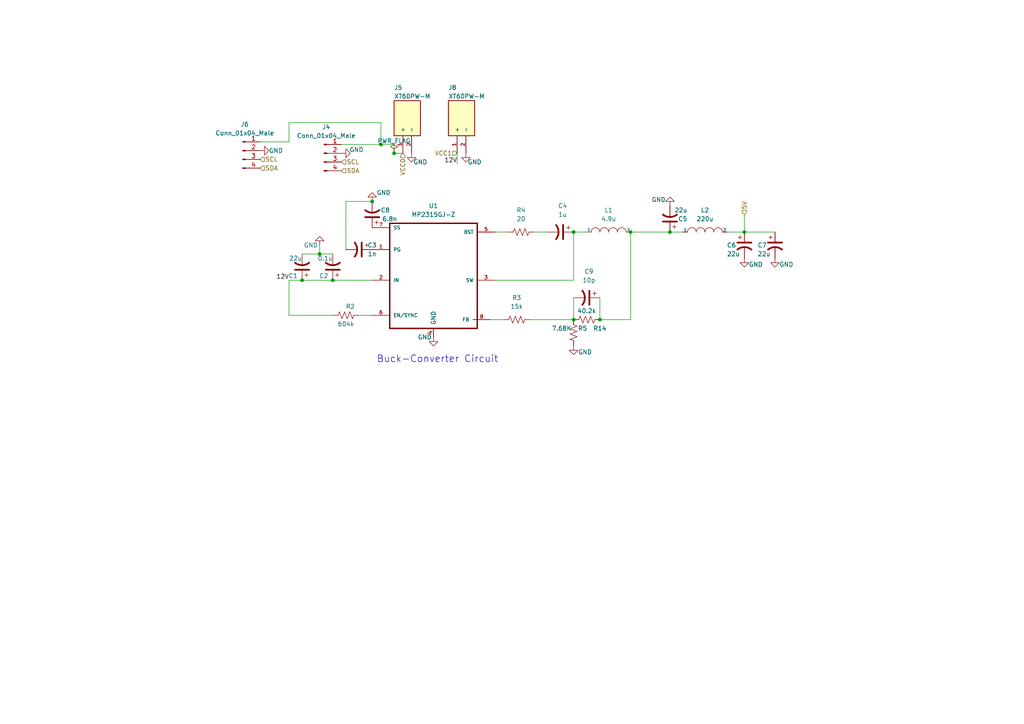
<source format=kicad_sch>
(kicad_sch (version 20230121) (generator eeschema)
  (paper "A4")
  (lib_symbols
    (symbol "Connector:Conn_01x04_Male" (pin_names (offset 1.016) hide)
      (property "Reference" "J" (at 0 5.08 0))
      (property "Value" "Conn_01x04_Male" (at 0 -7.62 0))
      (symbol "Conn_01x04_Male_1_1"
        (polyline (pts (xy 1.27 -5.08) (xy 0.8636 -5.08)) (stroke (width 0.1524)))
        (polyline (pts (xy 1.27 -2.54) (xy 0.8636 -2.54)) (stroke (width 0.1524)))
        (polyline (pts (xy 1.27 0) (xy 0.8636 0)) (stroke (width 0.1524)))
        (polyline (pts (xy 1.27 2.54) (xy 0.8636 2.54)) (stroke (width 0.1524)))
        (rectangle (start 0.8636 -4.953) (end 0 -5.207) (stroke (width 0.1524)) (fill (type outline)))
        (rectangle (start 0.8636 -2.413) (end 0 -2.667) (stroke (width 0.1524)) (fill (type outline)))
        (rectangle (start 0.8636 0.127) (end 0 -0.127) (stroke (width 0.1524)) (fill (type outline)))
        (rectangle (start 0.8636 2.667) (end 0 2.413) (stroke (width 0.1524)) (fill (type outline)))
        (pin passive line (at 5.08 2.54 180) (length 3.81) (name "Pin_1") (number "1"))
        (pin passive line (at 5.08 0 180) (length 3.81) (name "Pin_2") (number "2"))
        (pin passive line (at 5.08 -2.54 180) (length 3.81) (name "Pin_3") (number "3"))
        (pin passive line (at 5.08 -5.08 180) (length 3.81) (name "Pin_4") (number "4"))
      )
    )
    (symbol "Device:C_Polarized_US" (pin_numbers hide) (pin_names (offset 0.254) hide)
      (property "Reference" "C" (at 0.635 2.54 0))
      (property "Value" "C_Polarized_US" (at 0.635 -2.54 0))
      (symbol "C_Polarized_US_0_1"
        (polyline (pts (xy -2.032 0.762) (xy 2.032 0.762)) (stroke (width 0.508)))
        (polyline (pts (xy -1.778 2.286) (xy -0.762 2.286)))
        (polyline (pts (xy -1.27 1.778) (xy -1.27 2.794)))
        (arc (start 2.032 -1.27) (mid 0 -0.5572) (end -2.032 -1.27) (stroke (width 0.508)))
      )
      (symbol "C_Polarized_US_1_1"
        (pin passive line (at 0 3.81 270) (length 2.794) (name "~") (number "1"))
        (pin passive line (at 0 -3.81 90) (length 3.302) (name "~") (number "2"))
      )
    )
    (symbol "Device:R_US" (pin_numbers hide) (pin_names (offset 0))
      (property "Reference" "R" (at 2.54 0 90))
      (property "Value" "R_US" (at -2.54 0 90))
      (symbol "R_US_0_1"
        (polyline (pts (xy 0 -2.286) (xy 0 -2.54)))
        (polyline (pts (xy 0 2.286) (xy 0 2.54)))
        (polyline (pts (xy 0 -0.762) (xy 1.016 -1.143) (xy 0 -1.524) (xy -1.016 -1.905) (xy 0 -2.286)))
        (polyline (pts (xy 0 0.762) (xy 1.016 0.381) (xy 0 0) (xy -1.016 -0.381) (xy 0 -0.762)))
        (polyline (pts (xy 0 2.286) (xy 1.016 1.905) (xy 0 1.524) (xy -1.016 1.143) (xy 0 0.762)))
      )
      (symbol "R_US_1_1"
        (pin passive line (at 0 3.81 270) (length 1.27) (name "~") (number "1"))
        (pin passive line (at 0 -3.81 90) (length 1.27) (name "~") (number "2"))
      )
    )
    (symbol "MP2315GJ-Z:MP2315GJ-Z" (pin_names (offset 1.016))
      (property "Reference" "U1" (at 0 20.32 0))
      (property "Value" "MP2315GJ-Z" (at 0 17.78 0))
      (symbol "MP2315GJ-Z_0_0"
        (polyline (pts (xy -12.7 -15.24) (xy -12.7 15.24)) (stroke (width 0.4064)))
        (polyline (pts (xy -12.7 15.24) (xy 12.7 15.24)) (stroke (width 0.4064)) (fill (type outline)))
        (polyline (pts (xy 12.7 -15.24) (xy -12.7 -15.24)) (stroke (width 0.4064)))
        (polyline (pts (xy 12.7 15.24) (xy 12.7 -15.24)) (stroke (width 0.4064)))
        (pin input line (at -17.78 7.62 0) (length 5.08) (name "PG") (number "1"))
        (pin power_in line (at -17.78 -1.27 0) (length 5.08) (name "IN") (number "2"))
        (pin bidirectional line (at 17.78 -1.27 180) (length 5.08) (name "SW") (number "3"))
        (pin output line (at 17.78 12.7 180) (length 5.08) (name "BST") (number "5"))
        (pin input line (at -17.78 -11.43 0) (length 5.08) (name "EN/SYNC") (number "6"))
        (pin power_out line (at -17.78 13.97 0) (length 5.08) (name "SS") (number "7"))
        (pin bidirectional line (at 16.51 -12.7 180) (length 5.08) (name "FB") (number "8"))
      )
      (symbol "MP2315GJ-Z_1_1"
        (rectangle (start -12.7 15.24) (end 12.7 -15.24))
        (pin power_out line (at 0 -17.78 90) (length 2.54) (name "GND") (number "4"))
      )
    )
    (symbol "XT60PW-M:XT60PW-M" (pin_names (offset 1.016))
      (property "Reference" "J" (at -5.08 5.715 0))
      (property "Value" "XT60PW-M" (at -5.08 -5.08 0))
      (symbol "XT60PW-M_0_0"
        (rectangle (start -5.08 -2.54) (end 5.08 5.08) (stroke (width 0.254)) (fill (type background)))
        (pin passive line (at -10.16 2.54 0) (length 5.08) (name "+") (number "1"))
        (pin passive line (at -10.16 0 0) (length 5.08) (name "-") (number "2"))
      )
    )
    (symbol "power:GND" (power) (pin_names (offset 0))
      (property "Value" "GND" (at 0 -3.81 0))
      (symbol "GND_0_1"
        (polyline (pts (xy 0 0) (xy 0 -1.27) (xy 1.27 -1.27) (xy 0 -2.54) (xy -1.27 -1.27) (xy 0 -1.27)))
      )
      (symbol "GND_1_1"
        (pin power_in line (at 0 0 270) (length 0) hide (name "GND") (number "1"))
      )
    )
    (symbol "power:PWR_FLAG" (power) (pin_numbers hide) (pin_names (offset 0) hide)
      (property "Value" "PWR_FLAG" (at 0 3.81 0))
      (symbol "PWR_FLAG_0_0"
        (pin power_out line (at 0 0 90) (length 0) (name "pwr") (number "1"))
      )
      (symbol "PWR_FLAG_0_1"
        (polyline (pts (xy 0 0) (xy 0 1.27) (xy -1.016 1.905) (xy 0 2.54) (xy 1.016 1.905) (xy 0 1.27)))
      )
    )
    (symbol "pspice:INDUCTOR" (pin_numbers hide) (pin_names (offset 0))
      (property "Reference" "L" (at 0 2.54 0))
      (property "Value" "INDUCTOR" (at 0 -1.27 0))
      (symbol "INDUCTOR_0_1"
        (arc (start -2.54 0) (mid -3.81 1.2645) (end -5.08 0))
        (arc (start 0 0) (mid -1.27 1.2645) (end -2.54 0))
        (arc (start 2.54 0) (mid 1.27 1.2645) (end 0 0))
        (arc (start 5.08 0) (mid 3.81 1.2645) (end 2.54 0))
      )
      (symbol "INDUCTOR_1_1"
        (pin input line (at -6.35 0 0) (length 1.27) (name "1") (number "1"))
        (pin input line (at 6.35 0 180) (length 1.27) (name "2") (number "2"))
      )
    )
  )
  (junction (at 110.49 41.91))
  (junction (at 194.31 67.31))
  (junction (at 87.63 81.28))
  (junction (at 114.3 44.45))
  (junction (at 173.99 92.71))
  (junction (at 107.95 58.42))
  (junction (at 215.9 67.31))
  (junction (at 96.52 81.28))
  (junction (at 92.71 73.66))
  (junction (at 166.37 67.31))
  (junction (at 166.37 92.71))
  (junction (at 182.88 67.31))
  (wire (pts (xy 182.88 92.71) (xy 173.99 92.71)))
  (wire (pts (xy 87.63 73.66) (xy 92.71 73.66)))
  (wire (pts (xy 114.3 41.91) (xy 114.3 44.45)))
  (wire (pts (xy 154.94 67.31) (xy 158.75 67.31)))
  (wire (pts (xy 96.52 81.28) (xy 107.95 81.28)))
  (wire (pts (xy 92.71 71.12) (xy 92.71 73.66)))
  (wire (pts (xy 182.88 67.31) (xy 182.88 92.71)))
  (wire (pts (xy 173.99 86.36) (xy 173.99 92.71)))
  (wire (pts (xy 104.14 91.44) (xy 107.95 91.44)))
  (wire (pts (xy 114.3 44.45) (xy 116.84 44.45)))
  (wire (pts (xy 166.37 67.31) (xy 170.18 67.31)))
  (wire (pts (xy 143.51 81.28) (xy 166.37 81.28)))
  (wire (pts (xy 110.49 41.91) (xy 114.3 41.91)))
  (wire (pts (xy 166.37 86.36) (xy 166.37 92.71)))
  (wire (pts (xy 143.51 67.31) (xy 147.32 67.31)))
  (wire (pts (xy 83.82 35.56) (xy 110.49 35.56)))
  (wire (pts (xy 83.82 35.56) (xy 83.82 41.148)))
  (wire (pts (xy 100.33 58.42) (xy 107.95 58.42)))
  (wire (pts (xy 92.71 73.66) (xy 96.52 73.66)))
  (wire (pts (xy 194.31 67.31) (xy 198.12 67.31)))
  (wire (pts (xy 215.9 62.23) (xy 215.9 67.31)))
  (wire (pts (xy 99.06 41.91) (xy 110.49 41.91)))
  (wire (pts (xy 87.63 81.28) (xy 96.52 81.28)))
  (wire (pts (xy 132.588 44.45) (xy 132.588 47.498)))
  (wire (pts (xy 182.88 67.31) (xy 194.31 67.31)))
  (wire (pts (xy 83.82 91.44) (xy 83.82 81.28)))
  (wire (pts (xy 110.49 35.56) (xy 110.49 41.91)))
  (wire (pts (xy 146.05 92.71) (xy 142.24 92.71)))
  (wire (pts (xy 153.67 92.71) (xy 166.37 92.71)))
  (wire (pts (xy 75.438 41.148) (xy 83.82 41.148)))
  (wire (pts (xy 96.52 91.44) (xy 83.82 91.44)))
  (wire (pts (xy 215.9 67.31) (xy 224.79 67.31)))
  (wire (pts (xy 83.82 81.28) (xy 87.63 81.28)))
  (wire (pts (xy 100.33 72.39) (xy 100.33 58.42)))
  (wire (pts (xy 210.82 67.31) (xy 215.9 67.31)))
  (wire (pts (xy 166.37 81.28) (xy 166.37 67.31)))
  (text "Buck-Converter Circuit" (at 109.22 105.41 0) (effects (font (size 2 2)) (justify left bottom)))
  (label "12V" (at 132.588 47.498 180))
  (label "12V" (at 83.82 81.28 180))
  (hierarchical_label "VCC0" (shape input) (at 116.84 44.45 270))
  (hierarchical_label "SCL" (shape input) (at 75.438 46.228 0))
  (hierarchical_label "SDA" (shape input) (at 99.06 49.53 0))
  (hierarchical_label "SDA" (shape input) (at 75.438 48.768 0))
  (hierarchical_label "5V" (shape input) (at 215.9 62.23 90))
  (hierarchical_label "SCL" (shape input) (at 99.06 46.99 0))
  (hierarchical_label "VCC1" (shape input) (at 132.588 44.45 180))
  (symbol (lib_id "power:GND") (at 119.38 44.45 0) (unit 1)
    (property "Reference" "#PWR0102" (effects hide))
    (property "Value" "GND" (at 121.92 46.99 0))
  )
  (symbol (lib_id "power:GND") (at 99.06 44.45 90) (unit 1)
    (property "Reference" "#PWR0106" (effects hide))
    (property "Value" "GND" (at 101.346 43.434 90) (effects (justify right)))
  )
  (symbol (lib_id "Device:C_Polarized_US") (at 224.79 71.12 0) (unit 1)
    (property "Reference" "C7" (at 219.71 71.12 0) (effects (justify left)))
    (property "Value" "22u" (at 219.71 73.66 0) (effects (justify left)))
    (property "Footprint" "Capacitor_SMD:C_1210_3225Metric_Pad1.33x2.70mm_HandSolder" (effects hide))
  )
  (symbol (lib_id "Device:R_US") (at 170.18 92.71 270) (unit 1)
    (property "Reference" "R14" (at 173.99 95.25 90))
    (property "Value" "40.2k" (at 170.18 90.17 90))
    (property "Footprint" "Resistor_SMD:R_0805_2012Metric_Pad1.20x1.40mm_HandSolder" (effects hide))
  )
  (symbol (lib_id "XT60PW-M:XT60PW-M") (at 135.128 34.29 90) (unit 1)
    (property "Reference" "J8" (at 130.048 25.4 90) (effects (justify right)))
    (property "Value" "XT60PW-M" (at 130.048 27.94 90) (effects (justify right)))
    (property "Footprint" ".pretty:AMASS_XT60PW-M" (effects hide))
    (property "STANDARD" "Manufacturer recommendations" (effects hide))
    (property "PARTREV" "V1.2" (effects hide))
    (property "MANUFACTURER" "AMASS" (effects hide))
    (property "MAXIMUM_PACKAGE_HEIGHT" "8.4 mm" (effects hide))
  )
  (symbol (lib_id "Device:R_US") (at 151.13 67.31 90) (unit 1)
    (property "Reference" "R4" (at 151.13 60.96 90))
    (property "Value" "20" (at 151.13 63.5 90))
    (property "Footprint" "Resistor_SMD:R_0603_1608Metric_Pad0.98x0.95mm_HandSolder" (effects hide))
  )
  (symbol (lib_id "Device:C_Polarized_US") (at 162.56 67.31 270) (unit 1)
    (property "Reference" "C4" (at 163.195 59.69 90))
    (property "Value" "1u" (at 163.195 62.23 90))
    (property "Footprint" "Capacitor_SMD:C_0603_1608Metric_Pad1.08x0.95mm_HandSolder" (effects hide))
  )
  (symbol (lib_id "power:GND") (at 215.9 74.93 0) (unit 1)
    (property "Reference" "#PWR0112" (effects hide))
    (property "Value" "GND" (at 219.202 76.708 0))
  )
  (symbol (lib_id "power:GND") (at 166.37 100.33 0) (unit 1)
    (property "Reference" "#PWR0114" (effects hide))
    (property "Value" "GND" (at 169.672 102.108 0))
  )
  (symbol (lib_id "power:GND") (at 224.79 74.93 0) (unit 1)
    (property "Reference" "#PWR0113" (effects hide))
    (property "Value" "GND" (at 228.092 76.708 0))
  )
  (symbol (lib_id "power:GND") (at 92.71 71.12 180) (unit 1)
    (property "Reference" "#PWR0103" (effects hide))
    (property "Value" "GND" (at 90.17 71.12 0))
  )
  (symbol (lib_id "MP2315GJ-Z:MP2315GJ-Z") (at 125.73 80.01 0) (unit 1)
    (property "Reference" "U1" (at 125.73 59.69 0))
    (property "Value" "MP2315GJ-Z" (at 125.73 62.23 0))
    (property "Footprint" ".pretty:MP2393GTL-P" (effects hide))
    (property "Datasheet" "https://www.monolithicpower.com/en/documentview/productdocument/index/version/2/document_type/Datasheet/lang/en/sku/MP2315/document_id/513" (effects hide))
    (property "Order" "https://www.mouser.com/ProductDetail/Monolithic-Power-Systems-MPS/MP2393GTL-Z?qs=YCa%2FAAYMW02wfKsqEy92eA%3D%3D" (effects hide))
  )
  (symbol (lib_id "power:PWR_FLAG") (at 114.3 44.45 0) (unit 1)
    (property "Reference" "#FLG0101" (effects hide))
    (property "Value" "PWR_FLAG" (at 114.3 40.894 0))
  )
  (symbol (lib_id "Device:R_US") (at 100.33 91.44 90) (unit 1)
    (property "Reference" "R2" (at 101.6 88.9 90))
    (property "Value" "604k" (at 100.33 93.98 90))
    (property "Footprint" "Resistor_SMD:R_1206_3216Metric_Pad1.30x1.75mm_HandSolder" (effects hide))
  )
  (symbol (lib_id "Device:R_US") (at 166.37 96.52 180) (unit 1)
    (property "Reference" "R5" (at 167.64 95.25 0) (effects (justify right)))
    (property "Value" "7.68K" (at 160.02 95.25 0) (effects (justify right)))
    (property "Footprint" "Resistor_SMD:R_0805_2012Metric_Pad1.20x1.40mm_HandSolder" (effects hide))
  )
  (symbol (lib_id "power:GND") (at 107.95 58.42 180) (unit 1)
    (property "Reference" "#PWR0101" (effects hide))
    (property "Value" "GND" (at 109.22 55.88 0) (effects (justify right)))
  )
  (symbol (lib_id "pspice:INDUCTOR") (at 204.47 67.31 0) (unit 1)
    (property "Reference" "L2" (at 204.47 60.96 0))
    (property "Value" "220u" (at 204.47 63.5 0))
    (property "Footprint" ".pretty:IND_AIRD-02-151K" (effects hide))
    (property "Datasheet" "https://search.murata.co.jp/Ceramy/image/img/P02A/kmp_1400.pdf" (effects hide))
    (property "Order" "https://www.digikey.com/en/products/detail/murata-power-solutions-inc/1422435C/1924834" (effects hide))
  )
  (symbol (lib_id "power:GND") (at 125.73 97.79 0) (unit 1)
    (property "Reference" "#PWR0104" (effects hide))
    (property "Value" "GND" (at 123.19 97.79 0))
  )
  (symbol (lib_id "XT60PW-M:XT60PW-M") (at 119.38 34.29 90) (unit 1)
    (property "Reference" "J5" (at 114.3 25.4 90) (effects (justify right)))
    (property "Value" "XT60PW-M" (at 114.3 27.94 90) (effects (justify right)))
    (property "Footprint" ".pretty:AMASS_XT60PW-M" (effects hide))
    (property "STANDARD" "Manufacturer recommendations" (effects hide))
    (property "PARTREV" "V1.2" (effects hide))
    (property "MANUFACTURER" "AMASS" (effects hide))
    (property "MAXIMUM_PACKAGE_HEIGHT" "8.4 mm" (effects hide))
  )
  (symbol (lib_id "power:GND") (at 75.438 43.688 90) (unit 1)
    (property "Reference" "#PWR0117" (effects hide))
    (property "Value" "GND" (at 77.978 43.688 90) (effects (justify right)))
  )
  (symbol (lib_id "Device:C_Polarized_US") (at 87.63 77.47 180) (unit 1)
    (property "Reference" "C1" (at 86.36 80.01 0) (effects (justify left)))
    (property "Value" "22u" (at 87.63 74.93 0) (effects (justify left)))
    (property "Footprint" "Capacitor_SMD:C_1210_3225Metric_Pad1.33x2.70mm_HandSolder" (effects hide))
  )
  (symbol (lib_id "Connector:Conn_01x04_Male") (at 93.98 44.45 0) (unit 1)
    (property "Reference" "J4" (at 94.615 36.83 0))
    (property "Value" "Conn_01x04_Male" (at 94.615 39.37 0))
    (property "Footprint" "Connector_PinHeader_2.54mm:PinHeader_1x04_P2.54mm_Vertical" (effects hide))
  )
  (symbol (lib_id "power:GND") (at 194.31 59.69 180) (unit 1)
    (property "Reference" "#PWR0115" (effects hide))
    (property "Value" "GND" (at 191.008 57.912 0))
  )
  (symbol (lib_id "Device:C_Polarized_US") (at 104.14 72.39 270) (unit 1)
    (property "Reference" "C3" (at 107.95 71.12 90))
    (property "Value" "1n" (at 107.95 73.66 90))
    (property "Footprint" "Capacitor_SMD:C_0603_1608Metric_Pad1.08x0.95mm_HandSolder" (effects hide))
  )
  (symbol (lib_id "power:GND") (at 135.128 44.45 0) (unit 1)
    (property "Reference" "#PWR0116" (effects hide))
    (property "Value" "GND" (at 137.668 46.99 0))
  )
  (symbol (lib_id "Device:C_Polarized_US") (at 107.95 62.23 180) (unit 1)
    (property "Reference" "C8" (at 111.76 60.96 0))
    (property "Value" "6.8n" (at 113.03 63.5 0))
    (property "Footprint" "Capacitor_SMD:C_0603_1608Metric_Pad1.08x0.95mm_HandSolder" (effects hide))
  )
  (symbol (lib_id "Device:C_Polarized_US") (at 215.9 71.12 0) (unit 1)
    (property "Reference" "C6" (at 210.82 71.12 0) (effects (justify left)))
    (property "Value" "22u" (at 210.82 73.66 0) (effects (justify left)))
    (property "Footprint" "Capacitor_SMD:C_1210_3225Metric_Pad1.33x2.70mm_HandSolder" (effects hide))
  )
  (symbol (lib_id "Connector:Conn_01x04_Male") (at 70.358 43.688 0) (unit 1)
    (property "Reference" "J6" (at 70.993 36.068 0))
    (property "Value" "Conn_01x04_Male" (at 70.993 38.608 0))
    (property "Footprint" "Connector_PinHeader_2.54mm:PinHeader_1x04_P2.54mm_Vertical" (effects hide))
  )
  (symbol (lib_id "Device:R_US") (at 149.86 92.71 90) (unit 1)
    (property "Reference" "R3" (at 149.86 86.36 90))
    (property "Value" "15k" (at 149.86 88.9 90))
    (property "Footprint" "Resistor_SMD:R_0805_2012Metric_Pad1.20x1.40mm_HandSolder" (effects hide))
  )
  (symbol (lib_id "Device:C_Polarized_US") (at 170.18 86.36 270) (unit 1)
    (property "Reference" "C9" (at 170.815 78.74 90))
    (property "Value" "10p" (at 170.815 81.28 90))
    (property "Footprint" "Capacitor_SMD:C_0603_1608Metric_Pad1.08x0.95mm_HandSolder" (effects hide))
  )
  (symbol (lib_id "Device:C_Polarized_US") (at 96.52 77.47 180) (unit 1)
    (property "Reference" "C2" (at 95.25 80.01 0) (effects (justify left)))
    (property "Value" "0.1u" (at 96.52 74.93 0) (effects (justify left)))
    (property "Footprint" "Capacitor_SMD:C_1210_3225Metric_Pad1.33x2.70mm_HandSolder" (effects hide))
  )
  (symbol (lib_id "Device:C_Polarized_US") (at 194.31 63.5 180) (unit 1)
    (property "Reference" "C5" (at 199.39 63.5 0) (effects (justify left)))
    (property "Value" "22u" (at 199.39 60.96 0) (effects (justify left)))
    (property "Footprint" "Capacitor_SMD:C_1210_3225Metric_Pad1.33x2.70mm_HandSolder" (effects hide))
  )
  (symbol (lib_id "pspice:INDUCTOR") (at 176.53 67.31 0) (unit 1)
    (property "Reference" "L1" (at 176.53 60.96 0))
    (property "Value" "4.9u" (at 176.53 63.5 0))
    (property "Footprint" ".pretty:744777004" (effects hide))
    (property "Datasheet" "https://www.eaton.com/content/dam/eaton/products/electronic-components/resources/data-sheet/eaton-sd7030-shielded-drum-core-power-inductors-data-sheet.pdf" (effects hide))
    (property "order" "https://www.mouser.com/ProductDetail/Coiltronics-Eaton/SD7030-5R0-R?qs=ybuMVFYFgVIfIkMqqaGZig%3D%3D" (effects hide))
  )
)
</source>
